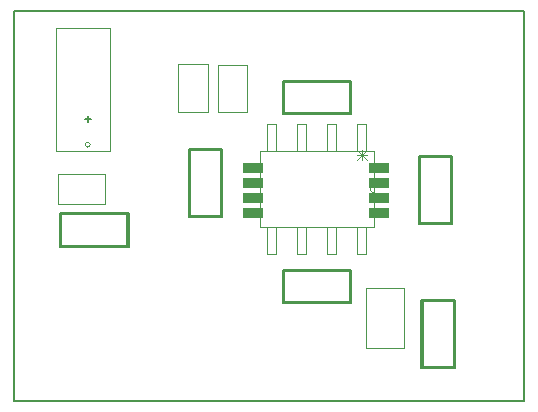
<source format=gbp>
G04*
G04 #@! TF.GenerationSoftware,Altium Limited,Altium Designer,21.0.8 (223)*
G04*
G04 Layer_Color=128*
%FSLAX25Y25*%
%MOIN*%
G70*
G04*
G04 #@! TF.SameCoordinates,E7718C12-BC85-45C8-BBF6-CE0E0CA18016*
G04*
G04*
G04 #@! TF.FilePolarity,Positive*
G04*
G01*
G75*
%ADD10C,0.00600*%
%ADD12C,0.00787*%
%ADD14C,0.00300*%
%ADD15C,0.00000*%
%ADD16C,0.00100*%
%ADD26R,0.07100X0.03200*%
D10*
X153600Y233900D02*
X155600D01*
X154600Y232900D02*
Y234900D01*
D12*
X130000Y140000D02*
Y270000D01*
Y140000D02*
X300000D01*
Y270000D01*
X130000D02*
X300000D01*
X167784Y191803D02*
Y202197D01*
X145816D02*
X167784D01*
X145816Y191803D02*
Y202197D01*
Y191803D02*
X167784D01*
X275697Y199416D02*
Y221384D01*
X265303Y199416D02*
X275697D01*
X265303D02*
Y221384D01*
X275697D01*
X188703Y223584D02*
X199097D01*
X188703Y201616D02*
Y223584D01*
Y201616D02*
X199097D01*
Y223584D01*
X219916Y172903D02*
Y183297D01*
Y172903D02*
X241884D01*
Y183297D01*
X219916D02*
X241884D01*
X266203Y173284D02*
X276597D01*
X266203Y151316D02*
Y173284D01*
Y151316D02*
X276597D01*
Y173284D01*
X219916Y246397D02*
X241884D01*
Y236003D02*
Y246397D01*
X219916Y236003D02*
X241884D01*
X219916D02*
Y246397D01*
X168178Y191409D02*
Y202591D01*
X145422D02*
X168178D01*
X145422Y191409D02*
Y202591D01*
Y191409D02*
X168178D01*
X276091Y199022D02*
Y221778D01*
X264910Y199022D02*
X276091D01*
X264910D02*
Y221778D01*
X276091D01*
X188309Y223978D02*
X199491D01*
X188309Y201222D02*
Y223978D01*
Y201222D02*
X199491D01*
Y223978D01*
X219522Y172509D02*
Y183691D01*
Y172509D02*
X242278D01*
Y183691D01*
X219522D02*
X242278D01*
X265809Y173678D02*
X276991D01*
X265809Y150922D02*
Y173678D01*
Y150922D02*
X276991D01*
Y173678D01*
X219522Y246791D02*
X242278D01*
Y235610D02*
Y246791D01*
X219522Y235610D02*
X242278D01*
X219522D02*
Y246791D01*
D14*
X247565Y223550D02*
X244233Y220218D01*
Y223550D02*
X247565Y220218D01*
X245899Y223550D02*
Y220218D01*
X244233Y221884D02*
X247565D01*
D15*
X155400Y225400D02*
G03*
X155400Y225400I-800J0D01*
G01*
X249900Y211900D02*
G03*
X249900Y209500I0J-1200D01*
G01*
D16*
X143850Y223400D02*
X161950D01*
X143850D02*
Y264400D01*
X161950D01*
Y223400D02*
Y264400D01*
X184800Y236492D02*
X194600D01*
X184800Y252192D02*
X194600D01*
Y236492D02*
Y252192D01*
X184800Y236492D02*
Y252192D01*
X198000Y236392D02*
X207800D01*
X198000Y252093D02*
X207800D01*
Y236392D02*
Y252093D01*
X198000Y236392D02*
Y252093D01*
X144607Y205800D02*
Y215600D01*
X160308Y205800D02*
Y215600D01*
X144607Y205800D02*
X160308D01*
X144607Y215600D02*
X160308D01*
X211900Y223300D02*
X249900D01*
Y198100D02*
Y223300D01*
X211900Y198100D02*
X249900D01*
X211900D02*
Y223300D01*
X247500Y189100D02*
Y198100D01*
X244300Y189100D02*
X247500D01*
X244300D02*
Y198100D01*
X247500D01*
X237500Y189100D02*
Y198100D01*
X234300Y189100D02*
X237500D01*
X234300D02*
Y198100D01*
X237500D01*
X227500Y189100D02*
Y198100D01*
X224300Y189100D02*
X227500D01*
X224300D02*
Y198100D01*
X227500D01*
X217500Y189100D02*
Y198100D01*
X214300Y189100D02*
X217500D01*
X214300D02*
Y198100D01*
X217500D01*
X214300Y223300D02*
Y232300D01*
X217500D01*
Y223300D02*
Y232300D01*
X214300Y223300D02*
X217500D01*
X224300D02*
Y232300D01*
X227500D01*
Y223300D02*
Y232300D01*
X224300Y223300D02*
X227500D01*
X234300D02*
Y232300D01*
X237500D01*
Y223300D02*
Y232300D01*
X234300Y223300D02*
X237500D01*
X244300D02*
Y232300D01*
X247500D01*
Y223300D02*
Y232300D01*
X244300Y223300D02*
X247500D01*
X247450Y157600D02*
X259950D01*
X247450D02*
Y177600D01*
X259950D01*
Y157600D02*
Y177600D01*
D26*
X209834Y202600D02*
D03*
Y207600D02*
D03*
Y212600D02*
D03*
Y217600D02*
D03*
X251566D02*
D03*
Y212600D02*
D03*
Y207600D02*
D03*
Y202600D02*
D03*
M02*

</source>
